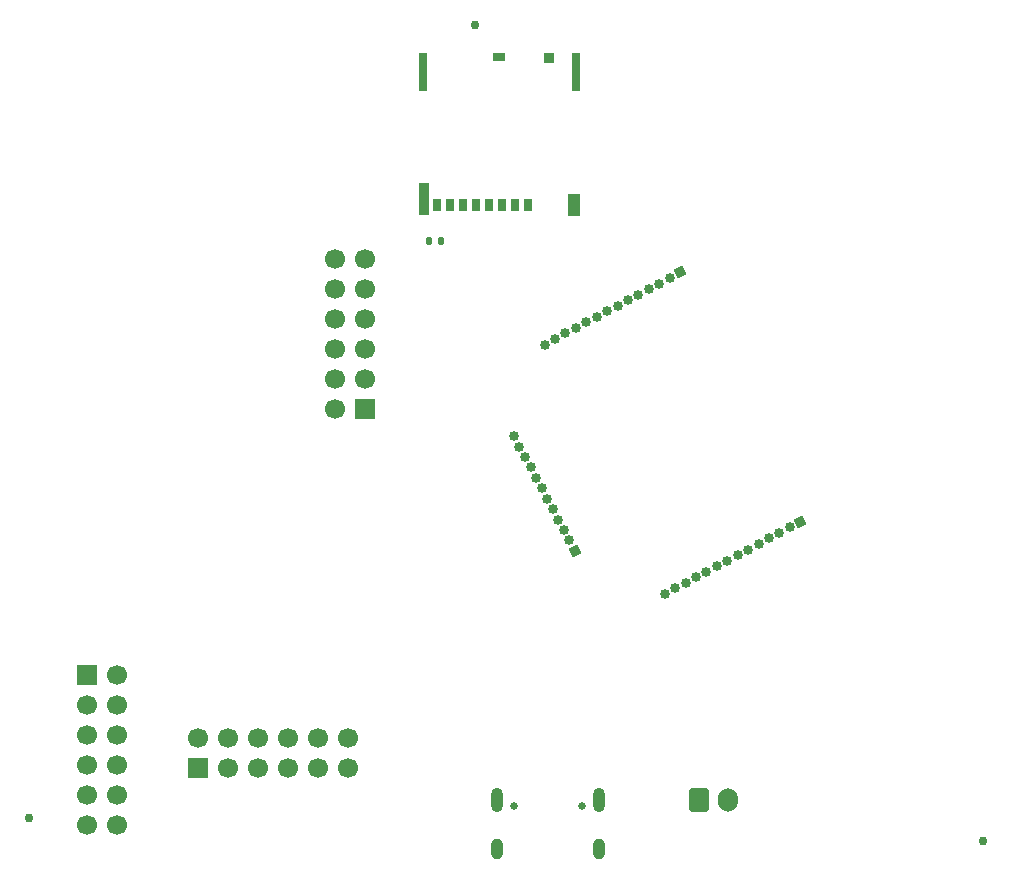
<source format=gbr>
%TF.GenerationSoftware,KiCad,Pcbnew,9.0.4*%
%TF.CreationDate,2025-10-26T17:47:32+01:00*%
%TF.ProjectId,esp32_fpga,65737033-325f-4667-9067-612e6b696361,rev?*%
%TF.SameCoordinates,Original*%
%TF.FileFunction,Soldermask,Top*%
%TF.FilePolarity,Negative*%
%FSLAX46Y46*%
G04 Gerber Fmt 4.6, Leading zero omitted, Abs format (unit mm)*
G04 Created by KiCad (PCBNEW 9.0.4) date 2025-10-26 17:47:32*
%MOMM*%
%LPD*%
G01*
G04 APERTURE LIST*
G04 Aperture macros list*
%AMRoundRect*
0 Rectangle with rounded corners*
0 $1 Rounding radius*
0 $2 $3 $4 $5 $6 $7 $8 $9 X,Y pos of 4 corners*
0 Add a 4 corners polygon primitive as box body*
4,1,4,$2,$3,$4,$5,$6,$7,$8,$9,$2,$3,0*
0 Add four circle primitives for the rounded corners*
1,1,$1+$1,$2,$3*
1,1,$1+$1,$4,$5*
1,1,$1+$1,$6,$7*
1,1,$1+$1,$8,$9*
0 Add four rect primitives between the rounded corners*
20,1,$1+$1,$2,$3,$4,$5,0*
20,1,$1+$1,$4,$5,$6,$7,0*
20,1,$1+$1,$6,$7,$8,$9,0*
20,1,$1+$1,$8,$9,$2,$3,0*%
%AMRotRect*
0 Rectangle, with rotation*
0 The origin of the aperture is its center*
0 $1 length*
0 $2 width*
0 $3 Rotation angle, in degrees counterclockwise*
0 Add horizontal line*
21,1,$1,$2,0,0,$3*%
G04 Aperture macros list end*
%ADD10RotRect,0.850000X0.850000X118.000000*%
%ADD11C,0.850000*%
%ADD12O,1.000000X2.100000*%
%ADD13O,1.000000X1.800000*%
%ADD14C,0.650000*%
%ADD15C,0.750000*%
%ADD16R,0.700000X1.100000*%
%ADD17R,0.900000X0.930000*%
%ADD18R,1.050000X0.780000*%
%ADD19R,0.700000X3.330000*%
%ADD20R,0.860000X2.800000*%
%ADD21R,1.140000X1.830000*%
%ADD22RoundRect,0.140000X0.140000X0.170000X-0.140000X0.170000X-0.140000X-0.170000X0.140000X-0.170000X0*%
%ADD23R,1.700000X1.700000*%
%ADD24C,1.700000*%
%ADD25RoundRect,0.250000X-0.600000X-0.750000X0.600000X-0.750000X0.600000X0.750000X-0.600000X0.750000X0*%
%ADD26O,1.700000X2.000000*%
%ADD27RotRect,0.850000X0.850000X28.000000*%
G04 APERTURE END LIST*
D10*
%TO.C,J2*%
X152470000Y-94100000D03*
D11*
X151587053Y-94569472D03*
X150704105Y-95038943D03*
X149821157Y-95508415D03*
X148938209Y-95977886D03*
X148055262Y-96447358D03*
X147172315Y-96916829D03*
X146289367Y-97386301D03*
X145406419Y-97855773D03*
X144523471Y-98325244D03*
X143640524Y-98794716D03*
X142757577Y-99264187D03*
X141874629Y-99733659D03*
X140991682Y-100203130D03*
%TD*%
D12*
%TO.C,J3*%
X126808524Y-117655000D03*
D13*
X126808524Y-121835000D03*
D12*
X135448524Y-117655000D03*
D13*
X135448524Y-121835000D03*
D14*
X128238524Y-118155000D03*
X134018524Y-118155000D03*
%TD*%
D15*
%TO.C,MK1*%
X124950000Y-52020000D03*
%TD*%
%TO.C,MK2*%
X167918524Y-121100000D03*
%TD*%
%TO.C,MK3*%
X87130000Y-119212500D03*
%TD*%
D11*
%TO.C,J8*%
X130820000Y-79090000D03*
X131702947Y-78620529D03*
X132585895Y-78151057D03*
X133468842Y-77681586D03*
X134351789Y-77212114D03*
X135234737Y-76742643D03*
X136117685Y-76273171D03*
X137000633Y-75803699D03*
X137883580Y-75334228D03*
X138766527Y-74864756D03*
X139649475Y-74395285D03*
X140532423Y-73925813D03*
X141415371Y-73456342D03*
D10*
X142298318Y-72986870D03*
%TD*%
D16*
%TO.C,J6*%
X129410000Y-67305000D03*
X128310000Y-67305000D03*
X127210000Y-67305000D03*
X126110000Y-67305000D03*
X125010000Y-67305000D03*
X123910000Y-67305000D03*
X122810000Y-67305000D03*
X121710000Y-67305000D03*
D17*
X131200000Y-54840000D03*
D18*
X126935000Y-54765000D03*
D19*
X120550000Y-56040000D03*
D20*
X120630000Y-66805000D03*
D21*
X133290000Y-67290000D03*
D19*
X133510000Y-56040000D03*
%TD*%
D22*
%TO.C,C11*%
X121070000Y-70290000D03*
X122030000Y-70290000D03*
%TD*%
D23*
%TO.C,PMOD3*%
X101520000Y-114970000D03*
D24*
X101520000Y-112430000D03*
X104060000Y-114970000D03*
X104060000Y-112430000D03*
X106600000Y-114970000D03*
X106600000Y-112430000D03*
X109140000Y-114970000D03*
X109140000Y-112430000D03*
X111680000Y-114970000D03*
X111680000Y-112430000D03*
X114220000Y-114970000D03*
X114220000Y-112430000D03*
%TD*%
D23*
%TO.C,PMOD2*%
X92088524Y-107099999D03*
D24*
X94628525Y-107099998D03*
X92088525Y-109640000D03*
X94628524Y-109640000D03*
X92088523Y-112179998D03*
X94628523Y-112180001D03*
X92088524Y-114719999D03*
X94628524Y-114720000D03*
X92088524Y-117259999D03*
X94628524Y-117260000D03*
X92088524Y-119799999D03*
X94628525Y-119799999D03*
%TD*%
D25*
%TO.C,BT1*%
X143888524Y-117667500D03*
D26*
X146388524Y-117667500D03*
%TD*%
D27*
%TO.C,J5*%
X133390000Y-96560000D03*
D11*
X132920528Y-95677053D03*
X132451057Y-94794105D03*
X131981585Y-93911157D03*
X131512114Y-93028209D03*
X131042642Y-92145262D03*
X130573171Y-91262315D03*
X130103699Y-90379367D03*
X129634227Y-89496419D03*
X129164756Y-88613471D03*
X128695284Y-87730524D03*
X128225813Y-86847577D03*
%TD*%
D23*
%TO.C,PMOD1*%
X115598524Y-84580000D03*
D24*
X113058524Y-84580000D03*
X115598524Y-82040000D03*
X113058524Y-82040000D03*
X115598524Y-79500000D03*
X113058524Y-79500000D03*
X115598524Y-76960000D03*
X113058524Y-76960000D03*
X115598524Y-74420000D03*
X113058524Y-74420000D03*
X115598524Y-71880000D03*
X113058524Y-71880000D03*
%TD*%
M02*

</source>
